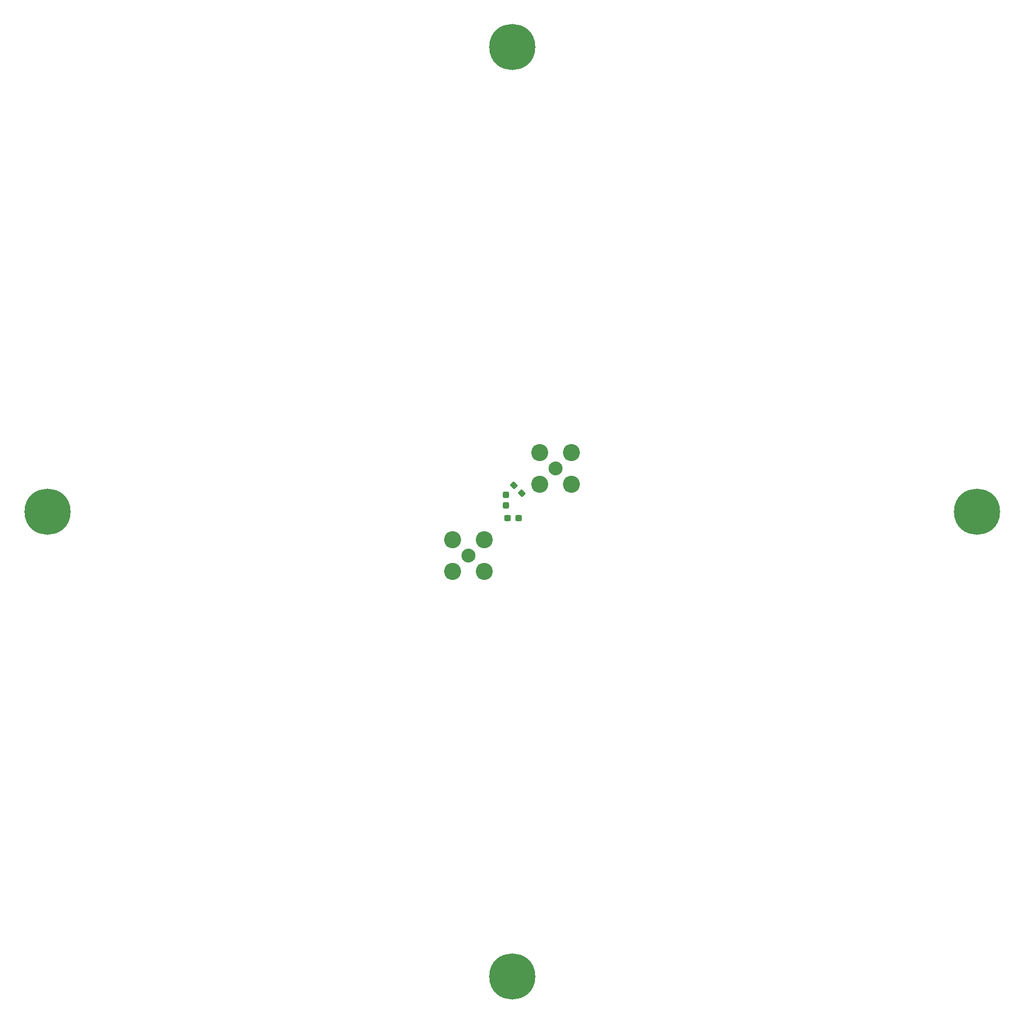
<source format=gbr>
%TF.GenerationSoftware,KiCad,Pcbnew,6.0.9+dfsg-1*%
%TF.CreationDate,2022-11-12T19:52:31+00:00*%
%TF.ProjectId,antenna,616e7465-6e6e-4612-9e6b-696361645f70,rev?*%
%TF.SameCoordinates,Original*%
%TF.FileFunction,Soldermask,Top*%
%TF.FilePolarity,Negative*%
%FSLAX46Y46*%
G04 Gerber Fmt 4.6, Leading zero omitted, Abs format (unit mm)*
G04 Created by KiCad (PCBNEW 6.0.9+dfsg-1) date 2022-11-12 19:52:31*
%MOMM*%
%LPD*%
G01*
G04 APERTURE LIST*
G04 Aperture macros list*
%AMRoundRect*
0 Rectangle with rounded corners*
0 $1 Rounding radius*
0 $2 $3 $4 $5 $6 $7 $8 $9 X,Y pos of 4 corners*
0 Add a 4 corners polygon primitive as box body*
4,1,4,$2,$3,$4,$5,$6,$7,$8,$9,$2,$3,0*
0 Add four circle primitives for the rounded corners*
1,1,$1+$1,$2,$3*
1,1,$1+$1,$4,$5*
1,1,$1+$1,$6,$7*
1,1,$1+$1,$8,$9*
0 Add four rect primitives between the rounded corners*
20,1,$1+$1,$2,$3,$4,$5,0*
20,1,$1+$1,$4,$5,$6,$7,0*
20,1,$1+$1,$6,$7,$8,$9,0*
20,1,$1+$1,$8,$9,$2,$3,0*%
G04 Aperture macros list end*
%ADD10RoundRect,0.237500X-0.300000X-0.237500X0.300000X-0.237500X0.300000X0.237500X-0.300000X0.237500X0*%
%ADD11RoundRect,0.237500X0.237500X-0.287500X0.237500X0.287500X-0.237500X0.287500X-0.237500X-0.287500X0*%
%ADD12C,2.740000*%
%ADD13C,2.240000*%
%ADD14RoundRect,0.237500X-0.380070X0.044194X0.044194X-0.380070X0.380070X-0.044194X-0.044194X0.380070X0*%
%ADD15C,7.400000*%
%ADD16C,4.100000*%
G04 APERTURE END LIST*
D10*
X134275000Y-109500000D03*
X136000000Y-109500000D03*
D11*
X134000000Y-107500000D03*
X134000000Y-105750000D03*
D12*
X125460000Y-112960000D03*
X125460000Y-118040000D03*
X130540000Y-118040000D03*
D13*
X128000000Y-115500000D03*
D12*
X130540000Y-112960000D03*
D14*
X135280240Y-104280240D03*
X136500000Y-105500000D03*
D12*
X139460000Y-98960000D03*
X144540000Y-104040000D03*
X144540000Y-98960000D03*
D13*
X142000000Y-101500000D03*
D12*
X139460000Y-104040000D03*
D15*
X135000000Y-183000000D03*
D16*
X135000000Y-183000000D03*
X60500000Y-108500000D03*
D15*
X60500000Y-108500000D03*
X135000000Y-34000000D03*
D16*
X135000000Y-34000000D03*
X209500000Y-108500000D03*
D15*
X209500000Y-108500000D03*
M02*

</source>
